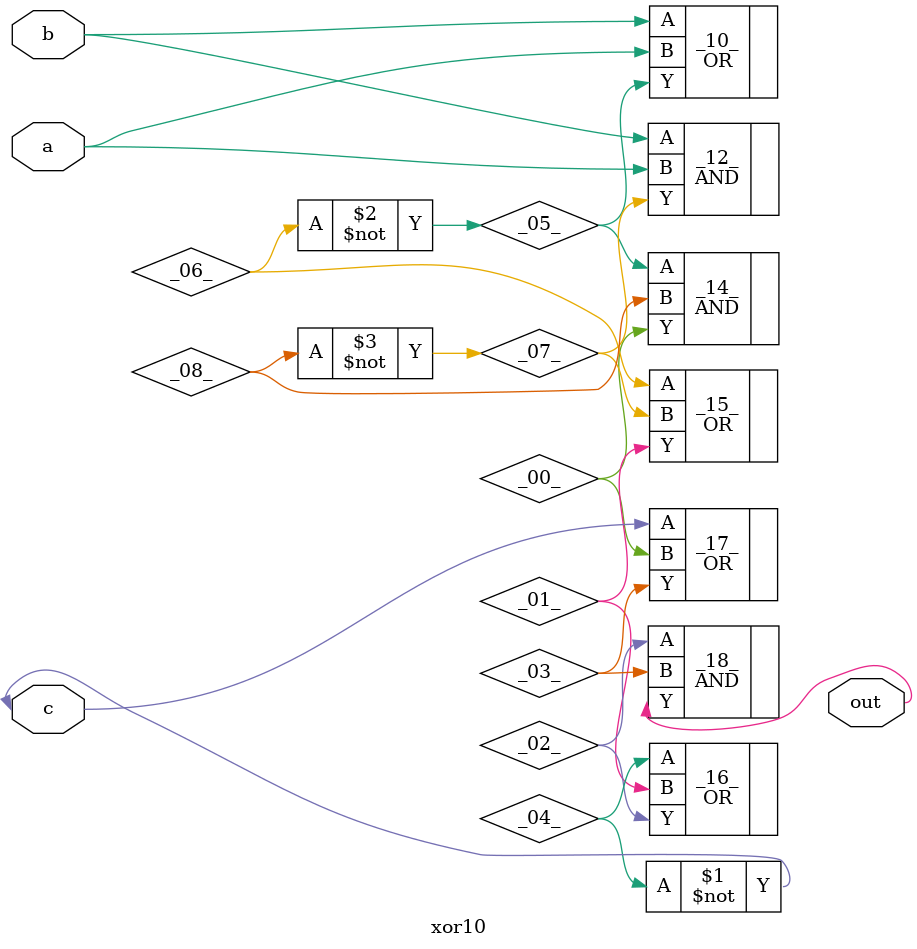
<source format=v>
/* Generated by Yosys 0.41+83 (git sha1 7045cf509, x86_64-w64-mingw32-g++ 13.2.1 -Os) */

/* cells_not_processed =  1  */
/* src = "xor10.v:1.1-13.10" */
module xor10(a, b, c, out);
  wire _00_;
  wire _01_;
  wire _02_;
  wire _03_;
  wire _04_;
  wire _05_;
  wire _06_;
  wire _07_;
  wire _08_;
  /* src = "xor10.v:2.9-2.10" */
  input a;
  wire a;
  /* src = "xor10.v:3.9-3.10" */
  input b;
  wire b;
  /* src = "xor10.v:4.9-4.10" */
  input c;
  wire c;
  /* src = "xor10.v:5.14-5.17" */
  output out;
  wire out;
  not _09_ (
    .A(c),
    .Y(_04_)
  );
  OR _10_ (
    .A(b),
    .B(a),
    .Y(_05_)
  );
  not _11_ (
    .A(_05_),
    .Y(_06_)
  );
  AND _12_ (
    .A(b),
    .B(a),
    .Y(_07_)
  );
  not _13_ (
    .A(_07_),
    .Y(_08_)
  );
  AND _14_ (
    .A(_05_),
    .B(_08_),
    .Y(_00_)
  );
  OR _15_ (
    .A(_06_),
    .B(_07_),
    .Y(_01_)
  );
  OR _16_ (
    .A(_04_),
    .B(_01_),
    .Y(_02_)
  );
  OR _17_ (
    .A(c),
    .B(_00_),
    .Y(_03_)
  );
  AND _18_ (
    .A(_02_),
    .B(_03_),
    .Y(out)
  );
endmodule

</source>
